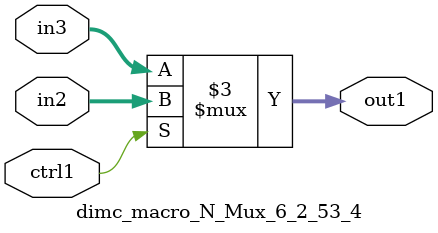
<source format=v>

`timescale 1ps / 1ps


module dimc_macro_N_Mux_6_2_53_4( in3, in2, ctrl1, out1 );

    input [5:0] in3;
    input [5:0] in2;
    input ctrl1;
    output [5:0] out1;
    reg [5:0] out1;

    
    // rtl_process:dimc_macro_N_Mux_6_2_53_4/dimc_macro_N_Mux_6_2_53_4_thread_1
    always @*
      begin : dimc_macro_N_Mux_6_2_53_4_thread_1
        case (ctrl1) 
          1'b1: 
            begin
              out1 = in2;
            end
          default: 
            begin
              out1 = in3;
            end
        endcase
      end

endmodule



</source>
